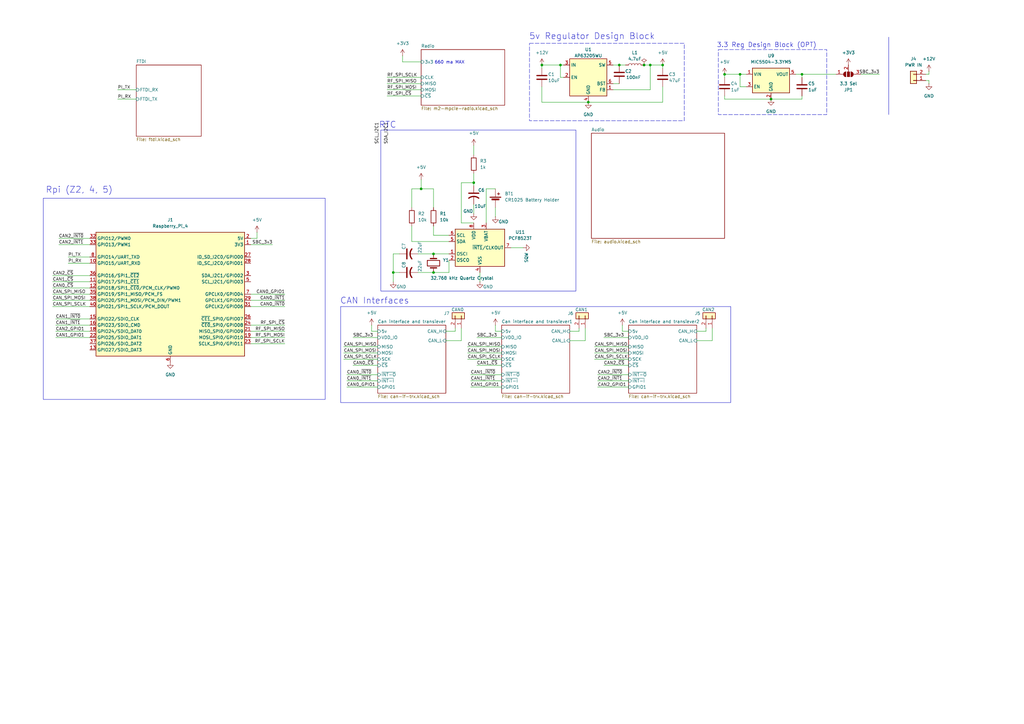
<source format=kicad_sch>
(kicad_sch (version 20250114) (generator "eeschema") (generator_version "9.0")
  (paper "A3")
  (lib_symbols
    (symbol "Connector:Raspberry_Pi_4"
      (property "Reference" "J" (at -17.526 48.768 0))
      (property "Value" "Raspberry_Pi_4" (at 15.748 -26.416 0))
      (symbol "Raspberry_Pi_4_0_1"
        (rectangle (start -30.48 25.4) (end 30.48 -25.4) (stroke (width 0.254)) (fill (type background)))
      )
      (symbol "Raspberry_Pi_4_1_1"
        (pin bidirectional line (at -33.02 22.86 0) (length 2.54) (name "GPIO12/PWM0") (number "32"))
        (pin bidirectional line (at -33.02 20.32 0) (length 2.54) (name "GPIO13/PWM1") (number "33"))
        (pin bidirectional line (at -33.02 15.24 0) (length 2.54) (name "GPIO14/UART_TXD") (number "8"))
        (pin bidirectional line (at -33.02 12.7 0) (length 2.54) (name "GPIO15/UART_RXD") (number "10"))
        (pin bidirectional line (at -33.02 7.62 0) (length 2.54) (name "GPIO16/SPI1_~{CE2}") (number "36"))
        (pin bidirectional line (at -33.02 5.08 0) (length 2.54) (name "GPIO17/SPI1_~{CE1}") (number "11"))
        (pin bidirectional line (at -33.02 2.54 0) (length 2.54) (name "GPIO18/SPI1_~{CE0}/PCM_CLK/PWM0") (number "12"))
        (pin bidirectional line (at -33.02 0 0) (length 2.54) (name "GPIO19/SPI1_MISO/PCM_FS") (number "35"))
        (pin bidirectional line (at -33.02 -2.54 0) (length 2.54) (name "GPIO20/SPI1_MOSI/PCM_DIN/PWM1") (number "38"))
        (pin bidirectional line (at -33.02 -5.08 0) (length 2.54) (name "GPIO21/SPI1_SCLK/PCM_DOUT") (number "40"))
        (pin bidirectional line (at -33.02 -10.16 0) (length 2.54) (name "GPIO22/SDIO_CLK") (number "15"))
        (pin bidirectional line (at -33.02 -12.7 0) (length 2.54) (name "GPIO23/SDIO_CMD") (number "16"))
        (pin bidirectional line (at -33.02 -15.24 0) (length 2.54) (name "GPIO24/SDIO_DAT0") (number "18"))
        (pin bidirectional line (at -33.02 -17.78 0) (length 2.54) (name "GPIO25/SDIO_DAT1") (number "22"))
        (pin bidirectional line (at -33.02 -20.32 0) (length 2.54) (name "GPIO26/SDIO_DAT2") (number "37"))
        (pin bidirectional line (at -33.02 -22.86 0) (length 2.54) (name "GPIO27/SDIO_DAT3") (number "13"))
        (pin passive line (at 0 -27.94 90) (length 2.54) (hide yes) (name "GND") (number "14"))
        (pin passive line (at 0 -27.94 90) (length 2.54) (hide yes) (name "GND") (number "20"))
        (pin passive line (at 0 -27.94 90) (length 2.54) (hide yes) (name "GND") (number "25"))
        (pin passive line (at 0 -27.94 90) (length 2.54) (hide yes) (name "GND") (number "30"))
        (pin passive line (at 0 -27.94 90) (length 2.54) (hide yes) (name "GND") (number "34"))
        (pin passive line (at 0 -27.94 90) (length 2.54) (hide yes) (name "GND") (number "39"))
        (pin power_out line (at 0 -27.94 90) (length 2.54) (name "GND") (number "6"))
        (pin passive line (at 0 -27.94 90) (length 2.54) (hide yes) (name "GND") (number "9"))
        (pin power_out line (at 33.02 22.86 180) (length 2.54) (name "5V") (number "2"))
        (pin passive line (at 33.02 22.86 180) (length 2.54) (hide yes) (name "5V") (number "4"))
        (pin power_out line (at 33.02 20.32 180) (length 2.54) (name "3V3") (number "1"))
        (pin passive line (at 33.02 20.32 180) (length 2.54) (hide yes) (name "3V3") (number "17"))
        (pin bidirectional line (at 33.02 15.24 180) (length 2.54) (name "ID_SD_I2C0/GPIO00") (number "27"))
        (pin bidirectional line (at 33.02 12.7 180) (length 2.54) (name "ID_SC_I2C0/GPIO01") (number "28"))
        (pin bidirectional line (at 33.02 7.62 180) (length 2.54) (name "SDA_I2C1/GPIO02") (number "3"))
        (pin bidirectional line (at 33.02 5.08 180) (length 2.54) (name "SCL_I2C1/GPIO03") (number "5"))
        (pin bidirectional line (at 33.02 0 180) (length 2.54) (name "GPCLK0/GPIO04") (number "7"))
        (pin bidirectional line (at 33.02 -2.54 180) (length 2.54) (name "GPCLK1/GPIO05") (number "29"))
        (pin bidirectional line (at 33.02 -5.08 180) (length 2.54) (name "GPCLK2/GPIO06") (number "31"))
        (pin bidirectional line (at 33.02 -10.16 180) (length 2.54) (name "~{CE1}_SPI0/GPIO07") (number "26"))
        (pin bidirectional line (at 33.02 -12.7 180) (length 2.54) (name "~{CE0}_SPI0/GPIO08") (number "24"))
        (pin bidirectional line (at 33.02 -15.24 180) (length 2.54) (name "MISO_SPI0/GPIO09") (number "21"))
        (pin bidirectional line (at 33.02 -17.78 180) (length 2.54) (name "MOSI_SPI0/GPIO10") (number "19"))
        (pin bidirectional line (at 33.02 -20.32 180) (length 2.54) (name "SCLK_SPI0/GPIO11") (number "23"))
      )
    )
    (symbol "Connector_Generic:Conn_01x02" (pin_names (offset 1.016) (hide yes))
      (property "Reference" "J" (at 0 2.54 0))
      (property "Value" "Conn_01x02" (at 0 -5.08 0))
      (symbol "Conn_01x02_1_1"
        (rectangle (start -1.27 1.27) (end 1.27 -3.81) (stroke (width 0.254)) (fill (type background)))
        (rectangle (start -1.27 0.127) (end 0 -0.127) (stroke (width 0.1524)))
        (rectangle (start -1.27 -2.413) (end 0 -2.667) (stroke (width 0.1524)))
        (pin passive line (at -5.08 0 0) (length 3.81) (name "Pin_1") (number "1"))
        (pin passive line (at -5.08 -2.54 0) (length 3.81) (name "Pin_2") (number "2"))
      )
    )
    (symbol "Device:Battery_Cell" (pin_numbers (hide yes)) (pin_names (offset 0) (hide yes))
      (property "Reference" "BT" (at 2.54 2.54 0))
      (property "Value" "Battery_Cell" (at 2.54 0 0))
      (symbol "Battery_Cell_0_1"
        (rectangle (start -2.286 1.778) (end 2.286 1.524) (fill (type outline)))
        (rectangle (start -1.524 1.016) (end 1.524 0.508) (fill (type outline)))
        (polyline (pts (xy 0 1.778) (xy 0 2.54)))
        (polyline (pts (xy 0 0.762) (xy 0 0)))
        (polyline (pts (xy 0.762 3.048) (xy 1.778 3.048)) (stroke (width 0.254)))
        (polyline (pts (xy 1.27 3.556) (xy 1.27 2.54)) (stroke (width 0.254)))
      )
      (symbol "Battery_Cell_1_1"
        (pin passive line (at 0 5.08 270) (length 2.54) (name "+") (number "1"))
        (pin passive line (at 0 -2.54 90) (length 2.54) (name "-") (number "2"))
      )
    )
    (symbol "Device:C" (pin_numbers (hide yes)) (pin_names (offset 0.254))
      (property "Reference" "C" (at 0.635 2.54 0))
      (property "Value" "C" (at 0.635 -2.54 0))
      (symbol "C_0_1"
        (polyline (pts (xy -2.032 0.762) (xy 2.032 0.762)) (stroke (width 0.508)))
        (polyline (pts (xy -2.032 -0.762) (xy 2.032 -0.762)) (stroke (width 0.508)))
      )
      (symbol "C_1_1"
        (pin passive line (at 0 3.81 270) (length 2.794) (name "~") (number "1"))
        (pin passive line (at 0 -3.81 90) (length 2.794) (name "~") (number "2"))
      )
    )
    (symbol "Device:C_US" (pin_numbers (hide yes)) (pin_names (offset 0.254) (hide yes))
      (property "Reference" "C" (at 0.635 2.54 0))
      (property "Value" "C_US" (at 0.635 -2.54 0))
      (symbol "C_US_0_1"
        (polyline (pts (xy -2.032 0.762) (xy 2.032 0.762)) (stroke (width 0.508)))
        (arc (start -2.032 -1.27) (mid 0 -0.5572) (end 2.032 -1.27) (stroke (width 0.508)))
      )
      (symbol "C_US_1_1"
        (pin passive line (at 0 3.81 270) (length 2.794) (name "~") (number "1"))
        (pin passive line (at 0 -3.81 90) (length 3.302) (name "~") (number "2"))
      )
    )
    (symbol "Device:Crystal" (pin_numbers (hide yes)) (pin_names (offset 1.016) (hide yes))
      (property "Reference" "Y" (at 0 3.81 0))
      (property "Value" "Crystal" (at 0 -3.81 0))
      (symbol "Crystal_0_1"
        (polyline (pts (xy -2.54 0) (xy -1.905 0)))
        (polyline (pts (xy -1.905 -1.27) (xy -1.905 1.27)) (stroke (width 0.508)))
        (rectangle (start -1.143 2.54) (end 1.143 -2.54) (stroke (width 0.3048)))
        (polyline (pts (xy 1.905 -1.27) (xy 1.905 1.27)) (stroke (width 0.508)))
        (polyline (pts (xy 2.54 0) (xy 1.905 0)))
      )
      (symbol "Crystal_1_1"
        (pin passive line (at -3.81 0 0) (length 1.27) (name "1") (number "1"))
        (pin passive line (at 3.81 0 180) (length 1.27) (name "2") (number "2"))
      )
    )
    (symbol "Device:L" (pin_numbers (hide yes)) (pin_names (offset 1.016) (hide yes))
      (property "Reference" "L" (at -1.27 0 90))
      (property "Value" "L" (at 1.905 0 90))
      (symbol "L_0_1"
        (arc (start 0 2.54) (mid 0.6323 1.905) (end 0 1.27))
        (arc (start 0 1.27) (mid 0.6323 0.635) (end 0 0))
        (arc (start 0 0) (mid 0.6323 -0.635) (end 0 -1.27))
        (arc (start 0 -1.27) (mid 0.6323 -1.905) (end 0 -2.54))
      )
      (symbol "L_1_1"
        (pin passive line (at 0 3.81 270) (length 1.27) (name "1") (number "1"))
        (pin passive line (at 0 -3.81 90) (length 1.27) (name "2") (number "2"))
      )
    )
    (symbol "Device:R" (pin_numbers (hide yes)) (pin_names (offset 0))
      (property "Reference" "R" (at 2.032 0 90))
      (property "Value" "R" (at 0 0 90))
      (symbol "R_0_1"
        (rectangle (start -1.016 -2.54) (end 1.016 2.54) (stroke (width 0.254)))
      )
      (symbol "R_1_1"
        (pin passive line (at 0 3.81 270) (length 1.27) (name "~") (number "1"))
        (pin passive line (at 0 -3.81 90) (length 1.27) (name "~") (number "2"))
      )
    )
    (symbol "Jumper:SolderJumper_3_Open" (pin_names (offset 0) (hide yes)) (in_bom no)
      (property "Reference" "JP" (at -2.54 -2.54 0))
      (property "Value" "SolderJumper_3_Open" (at 0 2.794 0))
      (symbol "SolderJumper_3_Open_0_1"
        (polyline (pts (xy -2.54 0) (xy -2.032 0)))
        (polyline (pts (xy -1.016 1.016) (xy -1.016 -1.016)))
        (arc (start -1.016 -1.016) (mid -2.0276 0) (end -1.016 1.016))
        (arc (start -1.016 -1.016) (mid -2.0276 0) (end -1.016 1.016) (fill (type outline)))
        (rectangle (start -0.508 1.016) (end 0.508 -1.016) (fill (type outline)))
        (polyline (pts (xy 0 -1.27) (xy 0 -1.016)))
        (arc (start 1.016 1.016) (mid 2.0276 0) (end 1.016 -1.016))
        (arc (start 1.016 1.016) (mid 2.0276 0) (end 1.016 -1.016) (fill (type outline)))
        (polyline (pts (xy 1.016 1.016) (xy 1.016 -1.016)))
        (polyline (pts (xy 2.54 0) (xy 2.032 0)))
      )
      (symbol "SolderJumper_3_Open_1_1"
        (pin passive line (at -5.08 0 0) (length 2.54) (name "A") (number "1"))
        (pin passive line (at 0 -3.81 90) (length 2.54) (name "C") (number "2"))
        (pin passive line (at 5.08 0 180) (length 2.54) (name "B") (number "3"))
      )
    )
    (symbol "Regulator_Linear:MIC5504-3.3YM5"
      (property "Reference" "U" (at -7.62 8.89 0))
      (property "Value" "MIC5504-3.3YM5" (at -7.62 6.35 0))
      (symbol "MIC5504-3.3YM5_0_1"
        (rectangle (start -7.62 -5.08) (end 7.62 5.08) (stroke (width 0.254)) (fill (type background)))
      )
      (symbol "MIC5504-3.3YM5_1_1"
        (pin power_in line (at -10.16 2.54 0) (length 2.54) (name "VIN") (number "1"))
        (pin input line (at -10.16 -2.54 0) (length 2.54) (name "EN") (number "3"))
        (pin power_in line (at 0 -7.62 90) (length 2.54) (name "GND") (number "2"))
        (pin no_connect line (at 7.62 -2.54 180) (length 2.54) (hide yes) (name "NC") (number "4"))
        (pin power_out line (at 10.16 2.54 180) (length 2.54) (name "VOUT") (number "5"))
      )
    )
    (symbol "Regulator_Switching:AP63205WU"
      (property "Reference" "U1" (at 0 13.97 0))
      (property "Value" "AP63205WU" (at 0 11.43 0))
      (symbol "AP63205WU_0_1"
        (rectangle (start -7.62 10.16) (end 7.62 -5.08) (stroke (width 0.254)) (fill (type background)))
      )
      (symbol "AP63205WU_1_1"
        (pin power_in line (at -10.16 7.62 0) (length 2.54) (name "IN") (number "3"))
        (pin input line (at -10.16 2.54 0) (length 2.54) (name "EN") (number "2"))
        (pin power_in line (at 0 -7.62 90) (length 2.54) (name "GND") (number "4"))
        (pin output line (at 10.16 7.62 180) (length 2.54) (name "SW") (number "5"))
        (pin passive line (at 10.16 0 180) (length 2.54) (name "BST") (number "6"))
        (pin input line (at 10.16 -2.54 180) (length 2.54) (name "FB") (number "1"))
      )
    )
    (symbol "Timer_RTC:PCF8523T"
      (property "Reference" "U" (at -10.16 8.89 0))
      (property "Value" "PCF8523T" (at 3.81 8.89 0))
      (symbol "PCF8523T_0_1"
        (rectangle (start -10.16 7.62) (end 10.16 -7.62) (stroke (width 0.254)) (fill (type background)))
      )
      (symbol "PCF8523T_1_1"
        (pin input line (at -12.7 5.08 0) (length 2.54) (name "SCL") (number "6"))
        (pin bidirectional line (at -12.7 2.54 0) (length 2.54) (name "SDA") (number "5"))
        (pin input line (at -12.7 -2.54 0) (length 2.54) (name "OSCI") (number "1"))
        (pin output line (at -12.7 -5.08 0) (length 2.54) (name "OSCO") (number "2"))
        (pin power_in line (at -2.54 10.16 270) (length 2.54) (name "VDD") (number "8"))
        (pin power_in line (at 0 -10.16 90) (length 2.54) (name "VSS") (number "4"))
        (pin power_in line (at 2.54 10.16 270) (length 2.54) (name "VBAT") (number "3"))
        (pin open_collector line (at 12.7 0 180) (length 2.54) (name "~{INT1}/CLKOUT") (number "7"))
      )
    )
    (symbol "power:+12V" (power) (pin_numbers (hide yes)) (pin_names (offset 0) (hide yes))
      (property "Value" "+12V" (at 0 3.556 0))
      (symbol "+12V_0_1"
        (polyline (pts (xy -0.762 1.27) (xy 0 2.54)))
        (polyline (pts (xy 0 2.54) (xy 0.762 1.27)))
        (polyline (pts (xy 0 0) (xy 0 2.54)))
      )
      (symbol "+12V_1_1"
        (pin power_in line (at 0 0 90) (length 0) (name "~") (number "1"))
      )
    )
    (symbol "power:+3V3" (power) (pin_numbers (hide yes)) (pin_names (offset 0) (hide yes))
      (property "Value" "+3V3" (at 0 3.556 0))
      (symbol "+3V3_0_1"
        (polyline (pts (xy -0.762 1.27) (xy 0 2.54)))
        (polyline (pts (xy 0 2.54) (xy 0.762 1.27)))
        (polyline (pts (xy 0 0) (xy 0 2.54)))
      )
      (symbol "+3V3_1_1"
        (pin power_in line (at 0 0 90) (length 0) (name "~") (number "1"))
      )
    )
    (symbol "power:+5V" (power) (pin_numbers (hide yes)) (pin_names (offset 0) (hide yes))
      (property "Value" "+5V" (at 0 3.556 0))
      (symbol "+5V_0_1"
        (polyline (pts (xy -0.762 1.27) (xy 0 2.54)))
        (polyline (pts (xy 0 2.54) (xy 0.762 1.27)))
        (polyline (pts (xy 0 0) (xy 0 2.54)))
      )
      (symbol "+5V_1_1"
        (pin power_in line (at 0 0 90) (length 0) (name "~") (number "1"))
      )
    )
    (symbol "power:GND" (power) (pin_numbers (hide yes)) (pin_names (offset 0) (hide yes))
      (property "Value" "GND" (at 0 -3.81 0))
      (symbol "GND_0_1"
        (polyline (pts (xy 0 0) (xy 0 -1.27) (xy 1.27 -1.27) (xy 0 -2.54) (xy -1.27 -1.27) (xy 0 -1.27)))
      )
      (symbol "GND_1_1"
        (pin power_in line (at 0 0 270) (length 0) (name "~") (number "1"))
      )
    )
    (symbol "power:PWR_FLAG" (power) (pin_numbers (hide yes)) (pin_names (offset 0) (hide yes))
      (property "Value" "PWR_FLAG" (at 0 3.81 0))
      (symbol "PWR_FLAG_0_0"
        (pin power_out line (at 0 0 90) (length 0) (name "~") (number "1"))
      )
      (symbol "PWR_FLAG_0_1"
        (polyline (pts (xy 0 0) (xy 0 1.27) (xy -1.016 1.905) (xy 0 2.54) (xy 1.016 1.905) (xy 0 1.27)))
      )
    )
  )
  (rectangle (start 156.21 53.34) (end 236.22 119.38))
  (rectangle (start 139.7 125.73) (end 299.72 165.1))
  (rectangle (start 217.17 17.78) (end 280.67 49.53) (stroke (width 0) (type dash)))
  (rectangle (start 294.64 20.32) (end 339.09 46.99) (stroke (width 0) (type dash)))
  (rectangle (start 17.78 81.28) (end 133.35 163.83))
  (text "Rpi (Z2, 4, 5)" (at 32.512 77.978 0) (effects (font (size 2.54 2.54))))
  (text "5v Regulator Design Block" (at 242.824 14.986 0) (effects (font (size 2.54 2.54))))
  (text "3.3 Reg Design Block (OPT)" (at 314.452 18.542 0) (effects (font (size 1.905 1.905))))
  (text "660 ma MAX" (at 184.404 25.654 0) (effects (font (size 1.27 1.27))))
  (text "RTC" (at 159.004 51.308 0) (effects (font (size 2.54 2.54))))
  (text "CAN Interfaces" (at 153.67 123.444 0) (effects (font (size 2.54 2.54))))
  (junction (at 161.29 111.76))
  (junction (at 264.16 26.67))
  (junction (at 194.31 74.93))
  (junction (at 254 26.67))
  (junction (at 303.53 30.48))
  (junction (at 172.72 77.47))
  (junction (at 328.93 30.48))
  (junction (at 222.25 26.67))
  (junction (at 177.8 104.14))
  (junction (at 297.18 30.48))
  (junction (at 271.78 26.67))
  (junction (at 177.8 111.76))
  (junction (at 229.87 26.67))
  (junction (at 241.3 41.91))
  (junction (at 316.23 40.64))
  (junction (at 266.7 26.67))
  (wire (pts (xy 168.91 77.47) (xy 168.91 85.09)))
  (wire (pts (xy 189.23 74.93) (xy 194.31 74.93)))
  (wire (pts (xy 158.75 31.75) (xy 172.72 31.75)))
  (wire (pts (xy 172.72 77.47) (xy 177.8 77.47)))
  (wire (pts (xy 191.77 144.78) (xy 205.74 144.78)))
  (wire (pts (xy 195.58 138.43) (xy 205.74 138.43)))
  (wire (pts (xy 102.87 97.79) (xy 105.41 97.79)))
  (wire (pts (xy 193.04 156.21) (xy 205.74 156.21)))
  (wire (pts (xy 306.07 30.48) (xy 303.53 30.48)))
  (wire (pts (xy 266.7 26.67) (xy 271.78 26.67)))
  (wire (pts (xy 36.83 133.35) (xy 22.86 133.35)))
  (wire (pts (xy 189.23 139.7) (xy 189.23 134.62)))
  (wire (pts (xy 140.97 147.32) (xy 154.94 147.32)))
  (wire (pts (xy 27.94 107.95) (xy 36.83 107.95)))
  (wire (pts (xy 102.87 133.35) (xy 116.84 133.35)))
  (wire (pts (xy 102.87 123.19) (xy 116.84 123.19)))
  (wire (pts (xy 191.77 142.24) (xy 205.74 142.24)))
  (wire (pts (xy 237.49 135.89) (xy 237.49 134.62)))
  (wire (pts (xy 161.29 104.14) (xy 161.29 111.76)))
  (wire (pts (xy 222.25 35.56) (xy 222.25 41.91)))
  (wire (pts (xy 233.68 135.89) (xy 237.49 135.89)))
  (wire (pts (xy 194.31 59.69) (xy 194.31 63.5)))
  (wire (pts (xy 306.07 35.56) (xy 303.53 35.56)))
  (wire (pts (xy 161.29 111.76) (xy 161.29 115.57)))
  (wire (pts (xy 102.87 125.73) (xy 116.84 125.73)))
  (wire (pts (xy 36.83 130.81) (xy 22.86 130.81)))
  (wire (pts (xy 285.75 135.89) (xy 289.56 135.89)))
  (wire (pts (xy 21.59 115.57) (xy 36.83 115.57)))
  (wire (pts (xy 161.29 111.76) (xy 163.83 111.76)))
  (wire (pts (xy 264.16 26.67) (xy 266.7 26.67)))
  (wire (pts (xy 205.74 135.89) (xy 203.2 135.89)))
  (wire (pts (xy 195.58 149.86) (xy 205.74 149.86)))
  (wire (pts (xy 271.78 27.94) (xy 271.78 26.67)))
  (wire (pts (xy 381 29.21) (xy 381 30.48)))
  (wire (pts (xy 257.81 135.89) (xy 255.27 135.89)))
  (wire (pts (xy 152.4 135.89) (xy 152.4 133.35)))
  (wire (pts (xy 209.55 101.6) (xy 214.63 101.6)))
  (wire (pts (xy 27.94 105.41) (xy 36.83 105.41)))
  (wire (pts (xy 381 30.48) (xy 379.73 30.48)))
  (wire (pts (xy 254 26.67) (xy 256.54 26.67)))
  (wire (pts (xy 328.93 40.64) (xy 316.23 40.64)))
  (wire (pts (xy 142.24 153.67) (xy 154.94 153.67)))
  (wire (pts (xy 194.31 91.44) (xy 189.23 91.44)))
  (wire (pts (xy 194.31 74.93) (xy 194.31 76.2)))
  (wire (pts (xy 140.97 142.24) (xy 154.94 142.24)))
  (wire (pts (xy 48.26 40.64) (xy 55.88 40.64)))
  (wire (pts (xy 203.2 85.09) (xy 203.2 88.9)))
  (wire (pts (xy 328.93 39.37) (xy 328.93 40.64)))
  (wire (pts (xy 360.68 30.48) (xy 353.06 30.48)))
  (wire (pts (xy 177.8 92.71) (xy 177.8 96.52)))
  (wire (pts (xy 111.76 100.33) (xy 102.87 100.33)))
  (wire (pts (xy 177.8 77.47) (xy 177.8 85.09)))
  (wire (pts (xy 105.41 97.79) (xy 105.41 95.25)))
  (wire (pts (xy 243.84 142.24) (xy 257.81 142.24)))
  (wire (pts (xy 194.31 83.82) (xy 194.31 87.63)))
  (wire (pts (xy 379.73 33.02) (xy 381 33.02)))
  (wire (pts (xy 292.1 134.62) (xy 292.1 139.7)))
  (wire (pts (xy 266.7 36.83) (xy 251.46 36.83)))
  (wire (pts (xy 48.26 36.83) (xy 55.88 36.83)))
  (wire (pts (xy 21.59 118.11) (xy 36.83 118.11)))
  (wire (pts (xy 328.93 30.48) (xy 342.9 30.48)))
  (wire (pts (xy 22.86 135.89) (xy 36.83 135.89)))
  (wire (pts (xy 144.78 149.86) (xy 154.94 149.86)))
  (wire (pts (xy 171.45 111.76) (xy 177.8 111.76)))
  (wire (pts (xy 102.87 138.43) (xy 116.84 138.43)))
  (wire (pts (xy 154.94 135.89) (xy 152.4 135.89)))
  (wire (pts (xy 194.31 71.12) (xy 194.31 74.93)))
  (polyline (pts (xy 364.49 15.24) (xy 364.49 46.99)))
  (wire (pts (xy 102.87 140.97) (xy 116.84 140.97)))
  (wire (pts (xy 328.93 30.48) (xy 326.39 30.48)))
  (wire (pts (xy 229.87 26.67) (xy 229.87 31.75)))
  (wire (pts (xy 328.93 31.75) (xy 328.93 30.48)))
  (wire (pts (xy 196.85 111.76) (xy 196.85 115.57)))
  (wire (pts (xy 191.77 147.32) (xy 205.74 147.32)))
  (wire (pts (xy 24.13 100.33) (xy 36.83 100.33)))
  (wire (pts (xy 245.11 156.21) (xy 257.81 156.21)))
  (wire (pts (xy 168.91 77.47) (xy 172.72 77.47)))
  (wire (pts (xy 193.04 153.67) (xy 205.74 153.67)))
  (wire (pts (xy 21.59 125.73) (xy 36.83 125.73)))
  (wire (pts (xy 184.15 111.76) (xy 177.8 111.76)))
  (wire (pts (xy 241.3 41.91) (xy 271.78 41.91)))
  (wire (pts (xy 285.75 139.7) (xy 292.1 139.7)))
  (wire (pts (xy 199.39 77.47) (xy 203.2 77.47)))
  (wire (pts (xy 297.18 39.37) (xy 297.18 40.64)))
  (wire (pts (xy 255.27 135.89) (xy 255.27 133.35)))
  (wire (pts (xy 289.56 135.89) (xy 289.56 134.62)))
  (wire (pts (xy 102.87 120.65) (xy 116.84 120.65)))
  (wire (pts (xy 271.78 35.56) (xy 271.78 41.91)))
  (wire (pts (xy 21.59 120.65) (xy 36.83 120.65)))
  (wire (pts (xy 165.1 25.4) (xy 172.72 25.4)))
  (wire (pts (xy 203.2 135.89) (xy 203.2 133.35)))
  (wire (pts (xy 193.04 158.75) (xy 205.74 158.75)))
  (wire (pts (xy 243.84 144.78) (xy 257.81 144.78)))
  (wire (pts (xy 158.75 34.29) (xy 172.72 34.29)))
  (wire (pts (xy 182.88 135.89) (xy 186.69 135.89)))
  (wire (pts (xy 297.18 30.48) (xy 297.18 31.75)))
  (wire (pts (xy 254 34.29) (xy 251.46 34.29)))
  (wire (pts (xy 245.11 158.75) (xy 257.81 158.75)))
  (wire (pts (xy 172.72 73.66) (xy 172.72 77.47)))
  (wire (pts (xy 222.25 41.91) (xy 241.3 41.91)))
  (wire (pts (xy 171.45 104.14) (xy 177.8 104.14)))
  (wire (pts (xy 297.18 40.64) (xy 316.23 40.64)))
  (wire (pts (xy 102.87 135.89) (xy 116.84 135.89)))
  (wire (pts (xy 158.75 39.37) (xy 172.72 39.37)))
  (wire (pts (xy 247.65 149.86) (xy 257.81 149.86)))
  (wire (pts (xy 21.59 123.19) (xy 36.83 123.19)))
  (wire (pts (xy 158.75 36.83) (xy 172.72 36.83)))
  (wire (pts (xy 189.23 91.44) (xy 189.23 74.93)))
  (wire (pts (xy 184.15 106.68) (xy 184.15 111.76)))
  (wire (pts (xy 222.25 26.67) (xy 229.87 26.67)))
  (wire (pts (xy 186.69 135.89) (xy 186.69 134.62)))
  (wire (pts (xy 303.53 35.56) (xy 303.53 30.48)))
  (wire (pts (xy 251.46 26.67) (xy 254 26.67)))
  (wire (pts (xy 184.15 99.06) (xy 168.91 99.06)))
  (wire (pts (xy 381 33.02) (xy 381 34.29)))
  (wire (pts (xy 222.25 26.67) (xy 222.25 27.94)))
  (wire (pts (xy 245.11 153.67) (xy 257.81 153.67)))
  (wire (pts (xy 184.15 96.52) (xy 177.8 96.52)))
  (wire (pts (xy 165.1 22.86) (xy 165.1 25.4)))
  (wire (pts (xy 24.13 97.79) (xy 36.83 97.79)))
  (wire (pts (xy 199.39 91.44) (xy 199.39 77.47)))
  (wire (pts (xy 229.87 26.67) (xy 231.14 26.67)))
  (wire (pts (xy 142.24 158.75) (xy 154.94 158.75)))
  (wire (pts (xy 229.87 31.75) (xy 231.14 31.75)))
  (wire (pts (xy 297.18 30.48) (xy 303.53 30.48)))
  (wire (pts (xy 21.59 113.03) (xy 36.83 113.03)))
  (wire (pts (xy 142.24 156.21) (xy 154.94 156.21)))
  (wire (pts (xy 266.7 26.67) (xy 266.7 36.83)))
  (wire (pts (xy 233.68 139.7) (xy 240.03 139.7)))
  (wire (pts (xy 184.15 104.14) (xy 177.8 104.14)))
  (wire (pts (xy 240.03 139.7) (xy 240.03 134.62)))
  (wire (pts (xy 144.78 138.43) (xy 154.94 138.43)))
  (wire (pts (xy 140.97 144.78) (xy 154.94 144.78)))
  (wire (pts (xy 247.65 138.43) (xy 257.81 138.43)))
  (wire (pts (xy 22.86 138.43) (xy 36.83 138.43)))
  (wire (pts (xy 168.91 99.06) (xy 168.91 92.71)))
  (wire (pts (xy 243.84 147.32) (xy 257.81 147.32)))
  (wire (pts (xy 182.88 139.7) (xy 189.23 139.7)))
  (wire (pts (xy 163.83 104.14) (xy 161.29 104.14)))
  (label "RF_SPI_MOSI" (at 116.84 138.43 180))
  (label "CAN1_~{CS}" (at 21.59 115.57 0))
  (label "CAN0_~{CS}" (at 144.78 149.86 0))
  (label "CAN1_GPIO1" (at 193.04 158.75 0))
  (label "SBC_3v3" (at 144.78 138.43 0))
  (label "CAN1_~{INT0}" (at 193.04 153.67 0))
  (label "RF_SPI_MOSI" (at 158.75 36.83 0))
  (label "CAN2_~{INT0}" (at 24.13 97.79 0))
  (label "CAN_SPI_MISO" (at 140.97 142.24 0))
  (label "SBC_3v3" (at 247.65 138.43 0))
  (label "CAN2_~{CS}" (at 21.59 113.03 0))
  (label "RF_SPI_MISO" (at 116.84 135.89 180))
  (label "CAN_SPI_MOSI" (at 21.59 123.19 0))
  (label "CAN2_GPIO1" (at 245.11 158.75 0))
  (label "SDA_I2C1" (at 159.385 59.055 90))
  (label "RF_SPI_SCLK" (at 116.84 140.97 180))
  (label "CAN_SPI_MISO" (at 191.77 142.24 0))
  (label "CAN_SPI_MOSI" (at 140.97 144.78 0))
  (label "CAN2_~{INT1}" (at 24.13 100.33 0))
  (label "SBC_3v3" (at 111.76 100.33 180))
  (label "CAN1_~{CS}" (at 195.58 149.86 0))
  (label "SBC_3v3" (at 195.58 138.43 0))
  (label "RF_SPI_SCLK" (at 158.75 31.75 0))
  (label "CAN_SPI_MISO" (at 21.59 120.65 0))
  (label "CAN_SPI_SCLK" (at 191.77 147.32 0))
  (label "CAN0_~{INT0}" (at 142.24 153.67 0))
  (label "CAN0_~{INT1}" (at 116.84 123.19 180))
  (label "CAN2_GPIO1" (at 22.86 135.89 0))
  (label "CAN_SPI_MOSI" (at 243.84 144.78 0))
  (label "CAN_SPI_SCLK" (at 243.84 147.32 0))
  (label "CAN2_~{CS}" (at 247.65 149.86 0))
  (label "PI_TX" (at 48.26 36.83 0))
  (label "SBC_3v3" (at 360.68 30.48 180))
  (label "SCL_I2C1" (at 155.575 59.055 90))
  (label "CAN0_GPIO1" (at 116.84 120.65 180))
  (label "CAN1_~{INT0}" (at 22.86 130.81 0))
  (label "CAN0_GPIO1" (at 142.24 158.75 0))
  (label "CAN_SPI_SCLK" (at 21.59 125.73 0))
  (label "PI_RX" (at 48.26 40.64 0))
  (label "CAN_SPI_MISO" (at 243.84 142.24 0))
  (label "PI_TX" (at 27.94 105.41 0))
  (label "CAN_SPI_MOSI" (at 191.77 144.78 0))
  (label "PI_RX" (at 27.94 107.95 0))
  (label "CAN1_GPIO1" (at 22.86 138.43 0))
  (label "CAN0_~{INT1}" (at 142.24 156.21 0))
  (label "CAN0_~{INT0}" (at 116.84 125.73 180))
  (label "RF_SPI_MISO" (at 158.75 34.29 0))
  (label "CAN0_~{CS}" (at 21.59 118.11 0))
  (label "CAN1_~{INT1}" (at 22.86 133.35 0))
  (label "RF_SPI_~{CS}" (at 116.84 133.35 180))
  (label "CAN2_~{INT1}" (at 245.11 156.21 0))
  (label "RF_SPI_~{CS}" (at 158.75 39.37 0))
  (label "CAN2_~{INT0}" (at 245.11 153.67 0))
  (label "CAN1_~{INT1}" (at 193.04 156.21 0))
  (label "CAN_SPI_SCLK" (at 140.97 147.32 0))
  (symbol (lib_id "power:PWR_FLAG") (at 264.16 26.67 0) (unit 1)
    (property "Reference" "#FLG0101" (effects (hide yes)))
    (property "Value" "PWR_FLAG" (effects (hide yes)))
    (property "Description" "Special symbol for telling ERC where power comes from" (effects (hide yes)))
  )
  (symbol (lib_id "Device:R") (at 177.8 88.9 0) (unit 1)
    (property "Reference" "R1" (at 180.34 87.6299 0) (effects (justify left)))
    (property "Value" "10k" (at 180.34 90.1699 0) (effects (justify left)))
    (property "Description" "Resistor" (effects (hide yes)))
  )
  (symbol (lib_id "power:GND") (at 381 34.29 0) (unit 1)
    (property "Reference" "#PWR0101" (effects (hide yes)))
    (property "Value" "GND" (at 381 39.37 0))
    (property "Description" "Power symbol creates a global label with name \"GND\" , ground" (effects (hide yes)))
  )
  (symbol (lib_id "power:+5V") (at 203.2 133.35 0) (unit 1)
    (property "Reference" "#PWR010" (effects (hide yes)))
    (property "Value" "+5V" (at 203.2 128.27 0))
    (property "Description" "Power symbol creates a global label with name \"+5V\"" (effects (hide yes)))
  )
  (symbol (lib_id "Device:C_US") (at 194.31 80.01 0) (unit 1)
    (property "Reference" "C6" (at 196.088 77.978 0) (effects (justify left)))
    (property "Value" "10uF" (at 194.564 84.582 0) (effects (justify left)))
    (property "Description" "capacitor, US symbol" (effects (hide yes)))
  )
  (symbol (lib_id "power:GND") (at 196.85 115.57 0) (unit 1)
    (property "Reference" "#PWR015" (effects (hide yes)))
    (property "Value" "GND" (at 200.152 117.602 0))
    (property "Description" "Power symbol creates a global label with name \"GND\" , ground" (effects (hide yes)))
  )
  (symbol (lib_id "Device:C") (at 271.78 31.75 180) (unit 1)
    (property "Reference" "C3" (at 274.32 30.48 0) (effects (justify right)))
    (property "Value" "47uF" (at 274.32 33.02 0) (effects (justify right)))
    (property "Footprint" "Capacitor_SMD:C_0805_2012Metric_Pad1.18x1.45mm_HandSolder" (effects (hide yes)))
    (property "Datasheet" "https://mm.digikey.com/Volume0/opasdata/d220001/medias/docus/658/CL21A476MQYNNNE_Spec.pdf" (effects (hide yes)))
    (property "Description" "Unpolarized capacitor" (effects (hide yes)))
    (property "Manufacturer" "Samsung Electro-Mechanics" (effects (hide yes)))
    (property "PN" "CL21A476MQYNNNE" (effects (hide yes)))
  )
  (symbol (lib_id "power:GND") (at 69.85 148.59 0) (unit 1)
    (property "Reference" "#PWR04" (effects (hide yes)))
    (property "Value" "GND" (at 69.85 153.67 0))
    (property "Description" "Power symbol creates a global label with name \"GND\" , ground" (effects (hide yes)))
  )
  (symbol (lib_id "Connector_Generic:Conn_01x02") (at 292.1 129.54 270) (mirror x) (unit 1)
    (property "Reference" "J5" (at 287.274 128.524 90) (effects (justify right)))
    (property "Value" "CAN2" (at 293.116 127 90) (effects (justify right)))
    (property "Description" "Generic connector, single row, 01x02, script generated (kicad-library-utils/schlib/autogen/connector/)" (effects (hide yes)))
  )
  (symbol (lib_id "Connector_Generic:Conn_01x02") (at 374.65 33.02 180) (unit 1)
    (property "Reference" "J4" (at 374.65 24.13 0))
    (property "Value" "PWR IN" (at 374.65 26.67 0))
    (property "Description" "Generic connector, single row, 01x02, script generated (kicad-library-utils/schlib/autogen/connector/)" (effects (hide yes)))
  )
  (symbol (lib_id "Jumper:SolderJumper_3_Open") (at 347.98 30.48 0) (mirror x) (unit 1) (in_bom no)
    (property "Reference" "JP1" (at 347.98 36.83 0))
    (property "Value" "3.3 Sel" (at 347.98 34.29 0))
    (property "Description" "Solder Jumper, 3-pole, open" (effects (hide yes)))
  )
  (symbol (lib_id "power:+5V") (at 194.31 59.69 0) (unit 1)
    (property "Reference" "#PWR014" (effects (hide yes)))
    (property "Value" "+5V" (at 194.31 54.61 0))
    (property "Description" "Power symbol creates a global label with name \"+5V\"" (effects (hide yes)))
  )
  (symbol (lib_id "Device:C") (at 328.93 35.56 180) (unit 1)
    (property "Reference" "C5" (at 331.47 34.29 0) (effects (justify right)))
    (property "Value" "1uF" (at 331.47 36.83 0) (effects (justify right)))
    (property "Footprint" "Capacitor_SMD:C_0805_2012Metric_Pad1.18x1.45mm_HandSolder" (effects (hide yes)))
    (property "Datasheet" "https://mm.digikey.com/Volume0/opasdata/d220001/medias/docus/609/CL21B105KBFNNNE_Spec.pdf" (effects (hide yes)))
    (property "Description" "Unpolarized capacitor" (effects (hide yes)))
    (property "Manufacturer" "Samsung Electro-Mechanics" (effects (hide yes)))
    (property "PN" "CL21B105KBFNNNE" (effects (hide yes)))
  )
  (symbol (lib_id "Connector_Generic:Conn_01x02") (at 189.23 129.54 270) (mirror x) (unit 1)
    (property "Reference" "J7" (at 184.404 128.524 90) (effects (justify right)))
    (property "Value" "CAN0" (at 190.246 127 90) (effects (justify right)))
    (property "Description" "Generic connector, single row, 01x02, script generated (kicad-library-utils/schlib/autogen/connector/)" (effects (hide yes)))
  )
  (symbol (lib_id "Device:C") (at 297.18 35.56 180) (unit 1)
    (property "Reference" "C4" (at 299.72 34.29 0) (effects (justify right)))
    (property "Value" "1uF" (at 299.72 36.83 0) (effects (justify right)))
    (property "Footprint" "Capacitor_SMD:C_0805_2012Metric_Pad1.18x1.45mm_HandSolder" (effects (hide yes)))
    (property "Datasheet" "https://mm.digikey.com/Volume0/opasdata/d220001/medias/docus/609/CL21B105KBFNNNE_Spec.pdf" (effects (hide yes)))
    (property "Description" "Unpolarized capacitor" (effects (hide yes)))
    (property "Manufacturer" "Samsung Electro-Mechanics" (effects (hide yes)))
    (property "PN" "CL21B105KBFNNNE" (effects (hide yes)))
  )
  (symbol (lib_id "power:+3V3") (at 347.98 26.67 0) (mirror y) (unit 1)
    (property "Reference" "#PWR07" (effects (hide yes)))
    (property "Value" "+3V3" (at 347.98 21.59 0))
    (property "Description" "Power symbol creates a global label with name \"+3V3\"" (effects (hide yes)))
  )
  (symbol (lib_id "power:+5V") (at 297.18 30.48 0) (unit 1)
    (property "Reference" "#PWR01" (effects (hide yes)))
    (property "Value" "+5V" (at 297.18 25.4 0))
    (property "Description" "Power symbol creates a global label with name \"+5V\"" (effects (hide yes)))
  )
  (symbol (lib_id "power:+5V") (at 105.41 95.25 0) (unit 1)
    (property "Reference" "#PWR08" (effects (hide yes)))
    (property "Value" "+5V" (at 105.41 90.17 0))
    (property "Description" "Power symbol creates a global label with name \"+5V\"" (effects (hide yes)))
  )
  (symbol (lib_id "power:+5V") (at 152.4 133.35 0) (unit 1)
    (property "Reference" "#PWR06" (effects (hide yes)))
    (property "Value" "+5V" (at 152.4 128.27 0))
    (property "Description" "Power symbol creates a global label with name \"+5V\"" (effects (hide yes)))
  )
  (symbol (lib_id "power:+5V") (at 271.78 26.67 0) (unit 1)
    (property "Reference" "#PWR0103" (effects (hide yes)))
    (property "Value" "+5V" (at 271.78 21.59 0))
    (property "Description" "Power symbol creates a global label with name \"+5V\"" (effects (hide yes)))
  )
  (symbol (lib_id "Connector_Generic:Conn_01x02") (at 240.03 129.54 270) (mirror x) (unit 1)
    (property "Reference" "J6" (at 235.204 128.524 90) (effects (justify right)))
    (property "Value" "CAN1" (at 241.046 127 90) (effects (justify right)))
    (property "Description" "Generic connector, single row, 01x02, script generated (kicad-library-utils/schlib/autogen/connector/)" (effects (hide yes)))
  )
  (symbol (lib_id "power:+5V") (at 172.72 73.66 0) (unit 1)
    (property "Reference" "#PWR013" (effects (hide yes)))
    (property "Value" "+5V" (at 172.72 68.58 0))
    (property "Description" "Power symbol creates a global label with name \"+5V\"" (effects (hide yes)))
  )
  (symbol (lib_id "Device:Battery_Cell") (at 203.2 82.55 0) (unit 1)
    (property "Reference" "BT1" (at 207.01 79.4384 0) (effects (justify left)))
    (property "Value" "CR1025 Battery Holder" (at 207.01 81.9784 0) (effects (justify left)))
    (property "Description" "Single-cell battery" (effects (hide yes)))
  )
  (symbol (lib_id "Device:C_US") (at 167.64 111.76 90) (unit 1)
    (property "Reference" "C8" (at 165.608 109.982 0) (effects (justify left)))
    (property "Value" "22uF" (at 172.212 111.506 0) (effects (justify left)))
    (property "Description" "capacitor, US symbol" (effects (hide yes)))
  )
  (symbol (lib_id "power:+5V") (at 255.27 133.35 0) (unit 1)
    (property "Reference" "#PWR011" (effects (hide yes)))
    (property "Value" "+5V" (at 255.27 128.27 0))
    (property "Description" "Power symbol creates a global label with name \"+5V\"" (effects (hide yes)))
  )
  (symbol (lib_id "power:+3V3") (at 165.1 22.86 0) (mirror y) (unit 1)
    (property "Reference" "#PWR09" (effects (hide yes)))
    (property "Value" "+3V3" (at 165.1 17.78 0))
    (property "Description" "Power symbol creates a global label with name \"+3V3\"" (effects (hide yes)))
  )
  (symbol (lib_id "power:GND") (at 161.29 115.57 0) (unit 1)
    (property "Reference" "#PWR016" (effects (hide yes)))
    (property "Value" "GND" (at 164.592 117.602 0))
    (property "Description" "Power symbol creates a global label with name \"GND\" , ground" (effects (hide yes)))
  )
  (symbol (lib_id "Regulator_Switching:AP63205WU") (at 241.3 34.29 0) (unit 1)
    (property "Reference" "U1" (at 241.3 20.32 0))
    (property "Value" "AP63205WU" (at 241.3 22.86 0))
    (property "Footprint" "Package_TO_SOT_SMD:TSOT-23-6" (effects (hide yes)))
    (property "Datasheet" "https://www.diodes.com/assets/Datasheets/AP63200-AP63201-AP63203-AP63205.pdf" (effects (hide yes)))
    (property "Description" "2A, 1.1MHz Buck DC/DC Converter, fixed 5.0V output voltage, TSOT-23-6" (effects (hide yes)))
  )
  (symbol (lib_id "power:+12V") (at 381 29.21 0) (unit 1)
    (property "Reference" "#PWR0102" (effects (hide yes)))
    (property "Value" "+12V" (at 381 24.13 0))
    (property "Description" "Power symbol creates a global label with name \"+12V\"" (effects (hide yes)))
  )
  (symbol (lib_id "power:+12V") (at 222.25 26.67 0) (unit 1)
    (property "Reference" "#PWR0104" (effects (hide yes)))
    (property "Value" "+12V" (at 222.25 21.59 0))
    (property "Description" "Power symbol creates a global label with name \"+12V\"" (effects (hide yes)))
  )
  (symbol (lib_id "Device:C_US") (at 167.64 104.14 90) (unit 1)
    (property "Reference" "C7" (at 165.608 102.362 0) (effects (justify left)))
    (property "Value" "22uF" (at 172.212 103.886 0) (effects (justify left)))
    (property "Description" "capacitor, US symbol" (effects (hide yes)))
  )
  (symbol (lib_id "Device:Crystal") (at 177.8 107.95 90) (unit 1)
    (property "Reference" "Y1" (at 181.61 106.6799 90) (effects (justify right)))
    (property "Value" "32.768 kHz Quartz Crystal" (at 176.53 114.046 90) (effects (justify right)))
    (property "Datasheet" "https://www.jauch.com/downloadfile/57fdee275913a_20d22ff4fb2819939c7d/jtx310.pdf" (effects (hide yes)))
    (property "Description" "Two pin crystal" (effects (hide yes)))
  )
  (symbol (lib_id "Device:R") (at 194.31 67.31 0) (unit 1)
    (property "Reference" "R3" (at 196.85 66.0399 0) (effects (justify left)))
    (property "Value" "1k" (at 196.85 68.5799 0) (effects (justify left)))
    (property "Description" "Resistor" (effects (hide yes)))
  )
  (symbol (lib_id "Connector:Raspberry_Pi_4") (at 69.85 120.65 0) (unit 1)
    (property "Reference" "J1" (at 69.85 90.17 0))
    (property "Value" "Raspberry_Pi_4" (at 69.85 92.71 0))
    (property "Footprint" "Connector_PinHeader_2.54mm:PinHeader_2x20_P2.54mm_Vertical" (effects (hide yes)))
    (property "Datasheet" "https://datasheets.raspberrypi.com/rpi4/raspberry-pi-4-datasheet.pdf" (effects (hide yes)))
    (property "Description" "Raspberry Pi 4 Model B" (effects (hide yes)))
  )
  (symbol (lib_id "power:GND") (at 194.31 87.63 0) (unit 1)
    (property "Reference" "#PWRw" (effects (hide yes)))
    (property "Value" "GND" (at 192.024 86.614 0))
    (property "Description" "Power symbol creates a global label with name \"GND\" , ground" (effects (hide yes)))
  )
  (symbol (lib_id "Device:C") (at 222.25 31.75 180) (unit 1)
    (property "Reference" "C1" (at 224.79 30.48 0) (effects (justify right)))
    (property "Value" "10uF" (at 224.79 33.02 0) (effects (justify right)))
    (property "Footprint" "Capacitor_SMD:C_0805_2012Metric_Pad1.18x1.45mm_HandSolder" (effects (hide yes)))
    (property "Datasheet" "https://mm.digikey.com/Volume0/opasdata/d220001/medias/docus/658/CL21A106KOQNNNG_Spec.pdf" (effects (hide yes)))
    (property "Description" "Unpolarized capacitor" (effects (hide yes)))
    (property "Manufacturer" "Samsung Electro-Mechanics" (effects (hide yes)))
    (property "PN" "CL21A106KOQNNNG" (effects (hide yes)))
  )
  (symbol (lib_id "power:GND") (at 203.2 88.9 0) (unit 1)
    (property "Reference" "#PWR012" (effects (hide yes)))
    (property "Value" "GND" (at 206.502 90.932 0))
    (property "Description" "Power symbol creates a global label with name \"GND\" , ground" (effects (hide yes)))
  )
  (symbol (lib_id "Regulator_Linear:MIC5504-3.3YM5") (at 316.23 33.02 0) (unit 1)
    (property "Reference" "U9" (at 316.23 22.86 0))
    (property "Value" "MIC5504-3.3YM5" (at 316.23 25.4 0))
    (property "Footprint" "Package_TO_SOT_SMD:SOT-23-5" (effects (hide yes)))
    (property "Datasheet" "http://ww1.microchip.com/downloads/en/DeviceDoc/MIC550X.pdf" (effects (hide yes)))
    (property "Description" "300mA Low-dropout Voltage Regulator, Vout 3.3V, Vin up to 5.5V, SOT-23" (effects (hide yes)))
  )
  (symbol (lib_id "power:GND") (at 316.23 40.64 0) (unit 1)
    (property "Reference" "#PWR02" (effects (hide yes)))
    (property "Value" "GND" (at 316.23 45.72 0))
    (property "Description" "Power symbol creates a global label with name \"GND\" , ground" (effects (hide yes)))
  )
  (symbol (lib_id "power:GND") (at 241.3 41.91 0) (unit 1)
    (property "Reference" "#PWR0105" (effects (hide yes)))
    (property "Value" "GND" (at 241.3 46.99 0))
    (property "Description" "Power symbol creates a global label with name \"GND\" , ground" (effects (hide yes)))
  )
  (symbol (lib_id "power:GND") (at 214.63 101.6 90) (unit 1)
    (property "Reference" "#PWR017" (effects (hide yes)))
    (property "Value" "SQW" (at 215.9 105.664 0))
    (property "Description" "Power symbol creates a global label with name \"GND\" , ground" (effects (hide yes)))
  )
  (symbol (lib_id "Device:R") (at 168.91 88.9 0) (unit 1)
    (property "Reference" "R2" (at 171.45 87.6299 0) (effects (justify left)))
    (property "Value" "10k" (at 171.45 90.1699 0) (effects (justify left)))
    (property "Description" "Resistor" (effects (hide yes)))
  )
  (symbol (lib_id "Timer_RTC:PCF8523T") (at 196.85 101.6 0) (unit 1)
    (property "Reference" "U11" (at 213.36 95.1798 0))
    (property "Value" "PCF8523T" (at 213.36 97.7198 0))
    (property "Footprint" "Package_SO:SOIC-8_3.9x4.9mm_P1.27mm" (effects (hide yes)))
    (property "Datasheet" "https://www.nxp.com/docs/en/data-sheet/PCF8523.pdf" (effects (hide yes)))
    (property "Description" "Realtime Clock/Calendar I2C Interface, SOIC-8" (effects (hide yes)))
  )
  (symbol (lib_id "Device:C") (at 254 30.48 0) (unit 1)
    (property "Reference" "C2" (at 259.08 29.21 0) (effects (justify right)))
    (property "Value" "100nF" (at 262.89 31.75 0) (effects (justify right)))
    (property "Footprint" "Capacitor_SMD:C_0805_2012Metric_Pad1.18x1.45mm_HandSolder" (effects (hide yes)))
    (property "Datasheet" "https://www.yageo.com/upload/media/product/productsearch/datasheet/mlcc/UPY-GPHC_X7R_6.3V-to-250V_24.pdf" (effects (hide yes)))
    (property "Description" "Unpolarized capacitor" (effects (hide yes)))
    (property "Manufacturer" "Yageo" (effects (hide yes)))
    (property "PN" "CC0805KRX7R9BB104" (effects (hide yes)))
  )
  (symbol (lib_id "Device:L") (at 260.35 26.67 90) (unit 1)
    (property "Reference" "L1" (at 260.35 21.59 90))
    (property "Value" "4.7uF" (at 260.35 24.13 90))
    (property "Footprint" "Inductor_SMD:L_Bourns_SRP5030T" (effects (hide yes)))
    (property "Datasheet" "https://www.bourns.com/docs/Product-Datasheets/SRP5030TA.pdf" (effects (hide yes)))
    (property "Description" "Inductor" (effects (hide yes)))
    (property "Manufacturer" "Bourns" (effects (hide yes)))
    (property "PN" "SRP5030TA-4R7M" (effects (hide yes)))
  )
  (sheet (at 55.88 26.67) (size 26.67 29.21) (stroke (width 0.1524))
    (property "Sheetname" "FTDI" (at 55.88 25.9584 0) (effects (justify left bottom)))
    (property "Sheetfile" "ftdi.kicad_sch" (at 55.88 56.4646 0) (effects (justify left top)))
    (pin "FTDI_RX" input (at 55.88 36.83 180))
    (pin "FTDI_TX" input (at 55.88 40.64 180))
  )
  (sheet (at 242.57 54.61) (size 54.61 43.18) (stroke (width 0.1524))
    (property "Sheetname" "Audio" (at 242.57 53.8984 0) (effects (justify left bottom)))
    (property "Sheetfile" "audio.kicad_sch" (at 242.57 98.3746 0) (effects (justify left top)))
  )
  (sheet (at 154.94 133.35) (size 27.94 27.94) (stroke (width 0.1524))
    (property "Sheetname" "Can interface and transiever" (at 154.94 132.6384 0) (effects (justify left bottom)))
    (property "Sheetfile" "can-if-trx.kicad_sch" (at 154.94 161.8746 0) (effects (justify left top)))
    (pin "5v" input (at 154.94 135.89 180))
    (pin "CAN_H" input (at 182.88 135.89 0))
    (pin "CAN_L" input (at 182.88 139.7 0))
    (pin "GPIO1" input (at 154.94 158.75 180))
    (pin "MISO" input (at 154.94 142.24 180))
    (pin "MOSI" input (at 154.94 144.78 180))
    (pin "SCK" input (at 154.94 147.32 180))
    (pin "VDD_IO" input (at 154.94 138.43 180))
    (pin "~{CS}" input (at 154.94 149.86 180))
    (pin "~{INT-I}" input (at 154.94 156.21 180))
    (pin "~{INT-O}" input (at 154.94 153.67 180))
  )
  (sheet (at 257.81 133.35) (size 27.94 27.94) (stroke (width 0.1524))
    (property "Sheetname" "Can interface and transiever2" (at 257.81 132.6384 0) (effects (justify left bottom)))
    (property "Sheetfile" "can-if-trx.kicad_sch" (at 257.81 161.8746 0) (effects (justify left top)))
    (pin "5v" input (at 257.81 135.89 180))
    (pin "CAN_H" input (at 285.75 135.89 0))
    (pin "CAN_L" input (at 285.75 139.7 0))
    (pin "GPIO1" input (at 257.81 158.75 180))
    (pin "MISO" input (at 257.81 142.24 180))
    (pin "MOSI" input (at 257.81 144.78 180))
    (pin "SCK" input (at 257.81 147.32 180))
    (pin "VDD_IO" input (at 257.81 138.43 180))
    (pin "~{CS}" input (at 257.81 149.86 180))
    (pin "~{INT-I}" input (at 257.81 156.21 180))
    (pin "~{INT-O}" input (at 257.81 153.67 180))
  )
  (sheet (at 205.74 133.35) (size 27.94 27.94) (stroke (width 0.1524))
    (property "Sheetname" "Can interface and transiever1" (at 205.74 132.6384 0) (effects (justify left bottom)))
    (property "Sheetfile" "can-if-trx.kicad_sch" (at 205.74 161.8746 0) (effects (justify left top)))
    (pin "5v" input (at 205.74 135.89 180))
    (pin "CAN_H" input (at 233.68 135.89 0))
    (pin "CAN_L" input (at 233.68 139.7 0))
    (pin "GPIO1" input (at 205.74 158.75 180))
    (pin "MISO" input (at 205.74 142.24 180))
    (pin "MOSI" input (at 205.74 144.78 180))
    (pin "SCK" input (at 205.74 147.32 180))
    (pin "VDD_IO" input (at 205.74 138.43 180))
    (pin "~{CS}" input (at 205.74 149.86 180))
    (pin "~{INT-I}" input (at 205.74 156.21 180))
    (pin "~{INT-O}" input (at 205.74 153.67 180))
  )
  (sheet (at 172.72 20.32) (size 34.29 22.86) (stroke (width 0.1524))
    (property "Sheetname" "Radio" (at 172.72 19.6084 0) (effects (justify left bottom)))
    (property "Sheetfile" "m2-mpcie-radio.kicad_sch" (at 172.72 43.7646 0) (effects (justify left top)))
    (pin "3v3" input (at 172.72 25.4 180))
    (pin "CLK" input (at 172.72 31.75 180))
    (pin "MISO" input (at 172.72 34.29 180))
    (pin "MOSI" input (at 172.72 36.83 180))
    (pin "~{CS}" input (at 172.72 39.37 180))
  )
)
</source>
